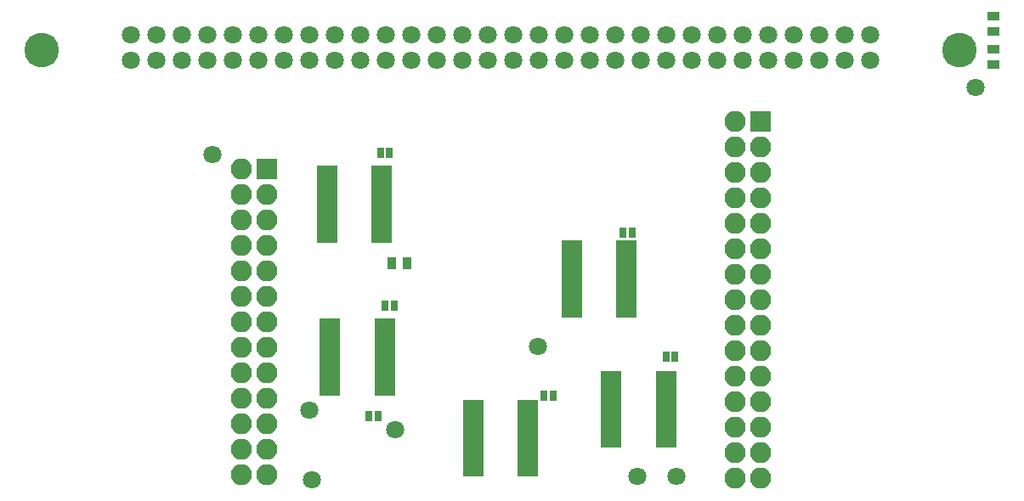
<source format=gts>
G04 #@! TF.FileFunction,Soldermask,Top*
%FSLAX46Y46*%
G04 Gerber Fmt 4.6, Leading zero omitted, Abs format (unit mm)*
G04 Created by KiCad (PCBNEW 4.0.1-stable) date 2/17/2017 10:30:23 PM*
%MOMM*%
G01*
G04 APERTURE LIST*
%ADD10C,0.100000*%
%ADD11R,2.051000X0.781000*%
%ADD12C,1.797000*%
%ADD13C,3.448000*%
%ADD14R,0.800000X1.000000*%
%ADD15R,2.100000X2.100000*%
%ADD16O,2.100000X2.100000*%
%ADD17R,1.300000X0.900000*%
%ADD18R,0.900000X1.300000*%
G04 APERTURE END LIST*
D10*
D11*
X-17297400Y12801600D03*
X-17297400Y12166600D03*
X-17297400Y11531600D03*
X-17297400Y10896600D03*
X-17297400Y10261600D03*
X-17297400Y9626600D03*
X-17297400Y8991600D03*
X-17297400Y8356600D03*
X-17297400Y7721600D03*
X-17297400Y7086600D03*
X-17297400Y6451600D03*
X-17297400Y5816600D03*
X-11836400Y5816600D03*
X-11836400Y6451600D03*
X-11836400Y7086600D03*
X-11836400Y7721600D03*
X-11836400Y8356600D03*
X-11836400Y8991600D03*
X-11836400Y9626600D03*
X-11836400Y10261600D03*
X-11836400Y10896600D03*
X-11836400Y11531600D03*
X-11836400Y12166600D03*
X-11836400Y12801600D03*
D12*
X-36830000Y23704600D03*
X-36830000Y26244600D03*
X-34290000Y23704600D03*
X-34290000Y26244600D03*
X-31750000Y23704600D03*
X-31750000Y26244600D03*
X-29210000Y23704600D03*
X-29210000Y26244600D03*
X-26670000Y23704600D03*
X-26670000Y26244600D03*
X-24130000Y23704600D03*
X-24130000Y26244600D03*
X-21590000Y23704600D03*
X-21590000Y26244600D03*
X-19050000Y23704600D03*
X-19050000Y26244600D03*
X-16510000Y23704600D03*
X-16510000Y26244600D03*
X-13970000Y23704600D03*
X-13970000Y26244600D03*
X-11430000Y23704600D03*
X-11430000Y26244600D03*
X-8890000Y23704600D03*
X-8890000Y26244600D03*
X-6350000Y23704600D03*
X-6350000Y26244600D03*
X-3810000Y23704600D03*
X-3810000Y26244600D03*
X-1270000Y23704600D03*
X-1270000Y26244600D03*
X1270000Y23704600D03*
X1270000Y26244600D03*
X3810000Y23704600D03*
X3810000Y26244600D03*
X6350000Y23704600D03*
X6350000Y26244600D03*
X8890000Y23704600D03*
X8890000Y26244600D03*
X11430000Y23704600D03*
X11430000Y26244600D03*
X13970000Y23704600D03*
X13970000Y26244600D03*
X16510000Y23704600D03*
X16510000Y26244600D03*
X19050000Y23704600D03*
X19050000Y26244600D03*
X21590000Y23704600D03*
X21590000Y26244600D03*
X24130000Y23704600D03*
X24130000Y26244600D03*
X26670000Y23704600D03*
X26670000Y26244600D03*
X29210000Y23704600D03*
X29210000Y26244600D03*
X31750000Y23704600D03*
X31750000Y26244600D03*
X34290000Y23704600D03*
X34290000Y26244600D03*
X36830000Y23704600D03*
X36830000Y26244600D03*
D13*
X45720000Y24720600D03*
X-45720000Y24720600D03*
D11*
X-16982440Y-2448560D03*
X-16982440Y-3083560D03*
X-16982440Y-3718560D03*
X-16982440Y-4353560D03*
X-16982440Y-4988560D03*
X-16982440Y-5623560D03*
X-16982440Y-6258560D03*
X-16982440Y-6893560D03*
X-16982440Y-7528560D03*
X-16982440Y-8163560D03*
X-16982440Y-8798560D03*
X-16982440Y-9433560D03*
X-11521440Y-9433560D03*
X-11521440Y-8798560D03*
X-11521440Y-8163560D03*
X-11521440Y-7528560D03*
X-11521440Y-6893560D03*
X-11521440Y-6258560D03*
X-11521440Y-5623560D03*
X-11521440Y-4988560D03*
X-11521440Y-4353560D03*
X-11521440Y-3718560D03*
X-11521440Y-3083560D03*
X-11521440Y-2448560D03*
X-2743200Y-10530840D03*
X-2743200Y-11165840D03*
X-2743200Y-11800840D03*
X-2743200Y-12435840D03*
X-2743200Y-13070840D03*
X-2743200Y-13705840D03*
X-2743200Y-14340840D03*
X-2743200Y-14975840D03*
X-2743200Y-15610840D03*
X-2743200Y-16245840D03*
X-2743200Y-16880840D03*
X-2743200Y-17515840D03*
X2717800Y-17515840D03*
X2717800Y-16880840D03*
X2717800Y-16245840D03*
X2717800Y-15610840D03*
X2717800Y-14975840D03*
X2717800Y-14340840D03*
X2717800Y-13705840D03*
X2717800Y-13070840D03*
X2717800Y-12435840D03*
X2717800Y-11800840D03*
X2717800Y-11165840D03*
X2717800Y-10530840D03*
X7071360Y5354320D03*
X7071360Y4719320D03*
X7071360Y4084320D03*
X7071360Y3449320D03*
X7071360Y2814320D03*
X7071360Y2179320D03*
X7071360Y1544320D03*
X7071360Y909320D03*
X7071360Y274320D03*
X7071360Y-360680D03*
X7071360Y-995680D03*
X7071360Y-1630680D03*
X12532360Y-1630680D03*
X12532360Y-995680D03*
X12532360Y-360680D03*
X12532360Y274320D03*
X12532360Y909320D03*
X12532360Y1544320D03*
X12532360Y2179320D03*
X12532360Y2814320D03*
X12532360Y3449320D03*
X12532360Y4084320D03*
X12532360Y4719320D03*
X12532360Y5354320D03*
X11008360Y-7630160D03*
X11008360Y-8265160D03*
X11008360Y-8900160D03*
X11008360Y-9535160D03*
X11008360Y-10170160D03*
X11008360Y-10805160D03*
X11008360Y-11440160D03*
X11008360Y-12075160D03*
X11008360Y-12710160D03*
X11008360Y-13345160D03*
X11008360Y-13980160D03*
X11008360Y-14615160D03*
X16469360Y-14615160D03*
X16469360Y-13980160D03*
X16469360Y-13345160D03*
X16469360Y-12710160D03*
X16469360Y-12075160D03*
X16469360Y-11440160D03*
X16469360Y-10805160D03*
X16469360Y-10170160D03*
X16469360Y-9535160D03*
X16469360Y-8900160D03*
X16469360Y-8265160D03*
X16469360Y-7630160D03*
D14*
X-11981600Y14452600D03*
X-11081600Y14452600D03*
X-11499000Y-787400D03*
X-10599000Y-787400D03*
X4325200Y-9753600D03*
X5225200Y-9753600D03*
X12224600Y6502400D03*
X13124600Y6502400D03*
X16466400Y-5842000D03*
X17366400Y-5842000D03*
D15*
X25875000Y17600000D03*
D16*
X23335000Y17600000D03*
X25875000Y15060000D03*
X23335000Y15060000D03*
X25875000Y12520000D03*
X23335000Y12520000D03*
X25875000Y9980000D03*
X23335000Y9980000D03*
X25875000Y7440000D03*
X23335000Y7440000D03*
X25875000Y4900000D03*
X23335000Y4900000D03*
X25875000Y2360000D03*
X23335000Y2360000D03*
X25875000Y-180000D03*
X23335000Y-180000D03*
X25875000Y-2720000D03*
X23335000Y-2720000D03*
X25875000Y-5260000D03*
X23335000Y-5260000D03*
X25875000Y-7800000D03*
X23335000Y-7800000D03*
X25875000Y-10340000D03*
X23335000Y-10340000D03*
X25875000Y-12880000D03*
X23335000Y-12880000D03*
X25875000Y-15420000D03*
X23335000Y-15420000D03*
X25875000Y-17960000D03*
X23335000Y-17960000D03*
D15*
X-23325000Y12800000D03*
D16*
X-25865000Y12800000D03*
X-23325000Y10260000D03*
X-25865000Y10260000D03*
X-23325000Y7720000D03*
X-25865000Y7720000D03*
X-23325000Y5180000D03*
X-25865000Y5180000D03*
X-23325000Y2640000D03*
X-25865000Y2640000D03*
X-23325000Y100000D03*
X-25865000Y100000D03*
X-23325000Y-2440000D03*
X-25865000Y-2440000D03*
X-23325000Y-4980000D03*
X-25865000Y-4980000D03*
X-23325000Y-7520000D03*
X-25865000Y-7520000D03*
X-23325000Y-10060000D03*
X-25865000Y-10060000D03*
X-23325000Y-12600000D03*
X-25865000Y-12600000D03*
X-23325000Y-15140000D03*
X-25865000Y-15140000D03*
X-23325000Y-17680000D03*
X-25865000Y-17680000D03*
D14*
X-12199200Y-11785600D03*
X-13099200Y-11785600D03*
D12*
X13589000Y-17805400D03*
X17526000Y-17780000D03*
X-10490200Y-13131800D03*
X-18796000Y-18186400D03*
X3708400Y-4826000D03*
X47294800Y20929600D03*
D17*
X49072800Y24778400D03*
X49072800Y23278400D03*
D18*
X-9359200Y3454400D03*
X-10859200Y3454400D03*
D17*
X49072800Y28080400D03*
X49072800Y26580400D03*
D12*
X-28676600Y14274800D03*
X-19050000Y-11201400D03*
M02*

</source>
